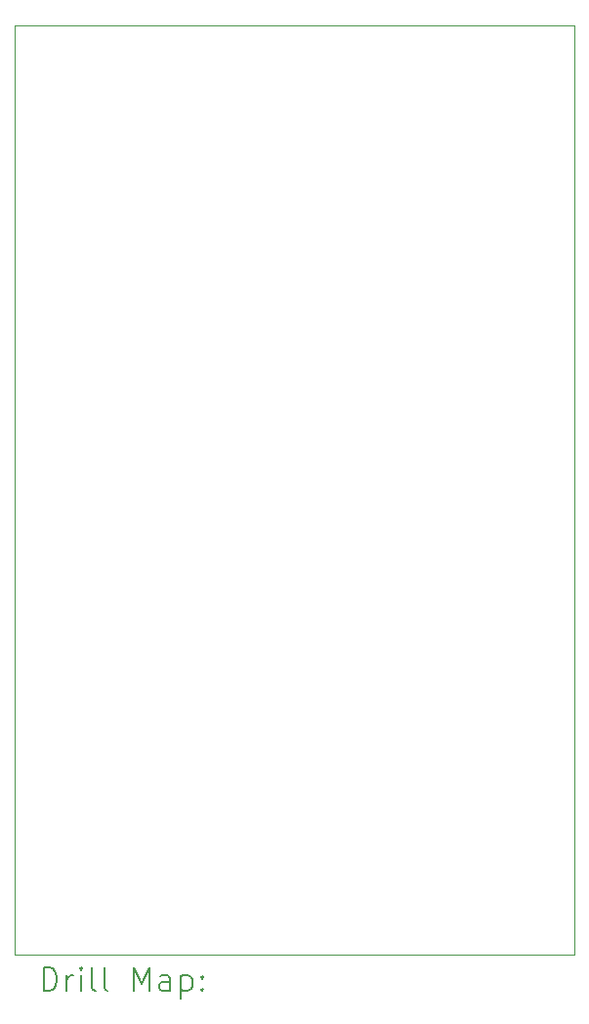
<source format=gbr>
%TF.GenerationSoftware,KiCad,Pcbnew,6.0.11-2627ca5db0~126~ubuntu20.04.1*%
%TF.CreationDate,2024-04-08T20:38:00+02:00*%
%TF.ProjectId,polyTimb64,706f6c79-5469-46d6-9236-342e6b696361,rev?*%
%TF.SameCoordinates,Original*%
%TF.FileFunction,Drillmap*%
%TF.FilePolarity,Positive*%
%FSLAX45Y45*%
G04 Gerber Fmt 4.5, Leading zero omitted, Abs format (unit mm)*
G04 Created by KiCad (PCBNEW 6.0.11-2627ca5db0~126~ubuntu20.04.1) date 2024-04-08 20:38:00*
%MOMM*%
%LPD*%
G01*
G04 APERTURE LIST*
%ADD10C,0.100000*%
%ADD11C,0.200000*%
G04 APERTURE END LIST*
D10*
X12954000Y-4902200D02*
X8102600Y-4902200D01*
X12954000Y-12954000D02*
X12954000Y-4902200D01*
X8102600Y-12954000D02*
X12954000Y-12954000D01*
X8102600Y-4902200D02*
X8102600Y-12954000D01*
D11*
X8355219Y-13269476D02*
X8355219Y-13069476D01*
X8402838Y-13069476D01*
X8431410Y-13079000D01*
X8450457Y-13098048D01*
X8459981Y-13117095D01*
X8469505Y-13155190D01*
X8469505Y-13183762D01*
X8459981Y-13221857D01*
X8450457Y-13240905D01*
X8431410Y-13259952D01*
X8402838Y-13269476D01*
X8355219Y-13269476D01*
X8555219Y-13269476D02*
X8555219Y-13136143D01*
X8555219Y-13174238D02*
X8564743Y-13155190D01*
X8574267Y-13145667D01*
X8593314Y-13136143D01*
X8612362Y-13136143D01*
X8679029Y-13269476D02*
X8679029Y-13136143D01*
X8679029Y-13069476D02*
X8669505Y-13079000D01*
X8679029Y-13088524D01*
X8688552Y-13079000D01*
X8679029Y-13069476D01*
X8679029Y-13088524D01*
X8802838Y-13269476D02*
X8783790Y-13259952D01*
X8774267Y-13240905D01*
X8774267Y-13069476D01*
X8907600Y-13269476D02*
X8888552Y-13259952D01*
X8879029Y-13240905D01*
X8879029Y-13069476D01*
X9136171Y-13269476D02*
X9136171Y-13069476D01*
X9202838Y-13212333D01*
X9269505Y-13069476D01*
X9269505Y-13269476D01*
X9450457Y-13269476D02*
X9450457Y-13164714D01*
X9440933Y-13145667D01*
X9421886Y-13136143D01*
X9383790Y-13136143D01*
X9364743Y-13145667D01*
X9450457Y-13259952D02*
X9431410Y-13269476D01*
X9383790Y-13269476D01*
X9364743Y-13259952D01*
X9355219Y-13240905D01*
X9355219Y-13221857D01*
X9364743Y-13202809D01*
X9383790Y-13193286D01*
X9431410Y-13193286D01*
X9450457Y-13183762D01*
X9545695Y-13136143D02*
X9545695Y-13336143D01*
X9545695Y-13145667D02*
X9564743Y-13136143D01*
X9602838Y-13136143D01*
X9621886Y-13145667D01*
X9631410Y-13155190D01*
X9640933Y-13174238D01*
X9640933Y-13231381D01*
X9631410Y-13250428D01*
X9621886Y-13259952D01*
X9602838Y-13269476D01*
X9564743Y-13269476D01*
X9545695Y-13259952D01*
X9726648Y-13250428D02*
X9736171Y-13259952D01*
X9726648Y-13269476D01*
X9717124Y-13259952D01*
X9726648Y-13250428D01*
X9726648Y-13269476D01*
X9726648Y-13145667D02*
X9736171Y-13155190D01*
X9726648Y-13164714D01*
X9717124Y-13155190D01*
X9726648Y-13145667D01*
X9726648Y-13164714D01*
M02*

</source>
